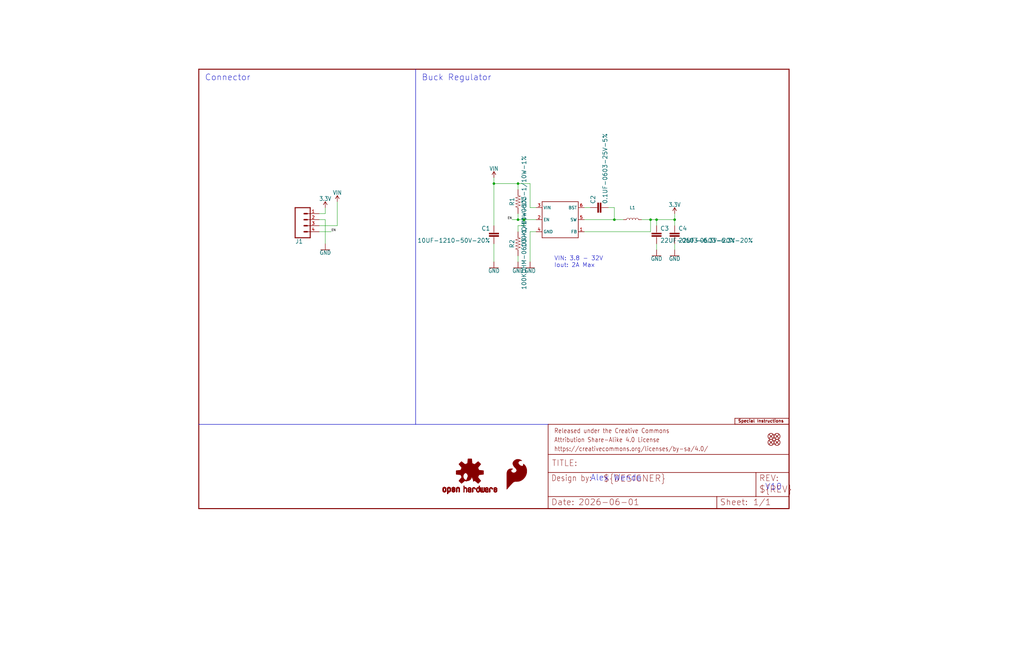
<source format=kicad_sch>
(kicad_sch (version 20231120) (generator "eeschema") (generator_version "8.0")
  (paper "User" 431.8 279.4)
  (lib_symbols
    (symbol "Device:L" (pin_numbers hide) (pin_names (offset 1.016) hide)
      (property "Reference" "L" (at -1.27 0 90))
      (property "Value" "L" (at 1.905 0 90))
      (symbol "L_1_1"
        (pin passive line (at 0 3.81 270) (length 1.27) (name "1") (number "1"))
        (pin passive line (at 0 -3.81 90) (length 1.27) (name "2") (number "2"))
      )
    )
    (symbol "SparkFun BabyBuck Regulator - AP63203-eagle-import:0.1UF-0603-25V-5%"
      (property "Reference" "C" (at 1.524 2.921 0))
      (symbol "0.1UF-0603-25V-5%_1_0"
        (pin passive line (at 0 5.08 270) (length 2.54) (name "1") (number "1"))
        (pin passive line (at 0 -2.54 90) (length 2.54) (name "2") (number "2"))
      )
    )
    (symbol "SparkFun BabyBuck Regulator - AP63203-eagle-import:100KOHM-0603-1/10W-1%"
      (property "Reference" "R" (at 0 1.524 0))
      (symbol "100KOHM-0603-1/10W-1%_1_0"
        (pin passive line (at -5.08 0 0) (length 2.54) (name "1") (number "1"))
        (pin passive line (at 5.08 0 180) (length 2.54) (name "2") (number "2"))
      )
    )
    (symbol "SparkFun BabyBuck Regulator - AP63203-eagle-import:10UF-1210-50V-20%"
      (property "Reference" "C" (at 1.524 2.921 0))
      (symbol "10UF-1210-50V-20%_1_0"
        (pin passive line (at 0 5.08 270) (length 2.54) (name "1") (number "1"))
        (pin passive line (at 0 -2.54 90) (length 2.54) (name "2") (number "2"))
      )
    )
    (symbol "SparkFun BabyBuck Regulator - AP63203-eagle-import:22UF-0603-6.3V-20%"
      (property "Reference" "C" (at 1.524 2.921 0))
      (symbol "22UF-0603-6.3V-20%_1_0"
        (pin passive line (at 0 5.08 270) (length 2.54) (name "1") (number "1"))
        (pin passive line (at 0 -2.54 90) (length 2.54) (name "2") (number "2"))
      )
    )
    (symbol "SparkFun BabyBuck Regulator - AP63203-eagle-import:3.3V" (power)
      (symbol "3.3V_1_0"
        (pin power_in line (at 0 0 90) (length 2.54) (name "3.3V") (number "1"))
      )
    )
    (symbol "SparkFun BabyBuck Regulator - AP63203-eagle-import:AP63203"
      (symbol "AP63203_1_0"
        (pin bidirectional line (at 10.16 -5.08 180) (length 2.54) (name "FB") (number "1"))
        (pin bidirectional line (at -10.16 0 0) (length 2.54) (name "EN") (number "2"))
        (pin bidirectional line (at -10.16 5.08 0) (length 2.54) (name "VIN") (number "3"))
        (pin bidirectional line (at -10.16 -5.08 0) (length 2.54) (name "GND") (number "4"))
        (pin bidirectional line (at 10.16 0 180) (length 2.54) (name "SW") (number "5"))
        (pin bidirectional line (at 10.16 5.08 180) (length 2.54) (name "BST") (number "6"))
      )
    )
    (symbol "SparkFun BabyBuck Regulator - AP63203-eagle-import:CONN_041X04_NO_SILK"
      (property "Reference" "J" (at -5.08 8.128 0))
      (symbol "CONN_041X04_NO_SILK_1_0"
        (pin passive line (at 5.08 -2.54 180) (length 5.08) (name "1") (number "1"))
        (pin passive line (at 5.08 0 180) (length 5.08) (name "2") (number "2"))
        (pin passive line (at 5.08 2.54 180) (length 5.08) (name "3") (number "3"))
        (pin passive line (at 5.08 5.08 180) (length 5.08) (name "4") (number "4"))
      )
    )
    (symbol "SparkFun BabyBuck Regulator - AP63203-eagle-import:FIDUCIAL0.2MM")
    (symbol "SparkFun BabyBuck Regulator - AP63203-eagle-import:FRAME-LETTER"
      (symbol "FRAME-LETTER_2_0"
        (text "${#}/${##}" (at 86.36 1.27 0) (effects (font (size 2.54 2.54)) (justify left bottom)))
        (text "${CURRENT_DATE}" (at 12.7 1.27 0) (effects (font (size 2.54 2.54)) (justify left bottom)))
        (text "${DESIGNER}" (at 23.114 11.176 0) (effects (font (size 2.7432 2.7432)) (justify left bottom)))
        (text "${PROJECTNAME}" (at 15.494 17.78 0) (effects (font (size 2.7432 2.7432)) (justify left bottom)))
        (text "${REV}" (at 88.9 6.604 0) (effects (font (size 2.7432 2.7432)) (justify left bottom)))
        (text "Attribution Share-Alike 4.0 License" (at 2.54 27.94 0) (effects (font (size 1.9304 1.6408)) (justify left bottom)))
        (text "Date:" (at 1.27 1.27 0) (effects (font (size 2.54 2.54)) (justify left bottom)))
        (text "Design by:" (at 1.27 11.43 0) (effects (font (size 2.54 2.159)) (justify left bottom)))
        (text "https://creativecommons.org/licenses/by-sa/4.0/" (at 2.54 24.13 0) (effects (font (size 1.9304 1.6408)) (justify left bottom)))
        (text "Released under the Creative Commons" (at 2.54 31.75 0) (effects (font (size 1.9304 1.6408)) (justify left bottom)))
        (text "REV:" (at 88.9 11.43 0) (effects (font (size 2.54 2.54)) (justify left bottom)))
        (text "Sheet:" (at 72.39 1.27 0) (effects (font (size 2.54 2.54)) (justify left bottom)))
        (text "TITLE:" (at 1.524 17.78 0) (effects (font (size 2.54 2.54)) (justify left bottom)))
      )
    )
    (symbol "SparkFun BabyBuck Regulator - AP63203-eagle-import:GND" (power)
      (symbol "GND_1_0"
        (pin power_in line (at 0 2.54 270) (length 2.54) (name "GND") (number "1"))
      )
    )
    (symbol "SparkFun BabyBuck Regulator - AP63203-eagle-import:OSHW-LOGOS")
    (symbol "SparkFun BabyBuck Regulator - AP63203-eagle-import:SFE_LOGO_FLAME.1_INCH")
    (symbol "SparkFun BabyBuck Regulator - AP63203-eagle-import:SPECIAL_INSTRUCTIONS-ORDERING"
      (symbol "SPECIAL_INSTRUCTIONS-ORDERING_1_0"
        (text "Special Instructions" (at 1.27 0.6985 0) (effects (font (size 1.27 1.27) (thickness 0.254) (bold yes)) (justify left bottom)))
      )
    )
    (symbol "SparkFun BabyBuck Regulator - AP63203-eagle-import:VIN" (power)
      (symbol "VIN_1_0"
        (pin power_in line (at 0 0 90) (length 2.54) (name "VIN") (number "1"))
      )
    )
  )
  (junction (at 284.48 92.71))
  (junction (at 259.08 92.71))
  (junction (at 276.86 92.71))
  (junction (at 218.44 77.47))
  (junction (at 274.32 92.71))
  (junction (at 218.44 92.71))
  (junction (at 208.28 77.47))
  (junction (at 220.98 92.71))
  (wire (pts (xy 142.24 95.25) (xy 142.24 85.09)) (stroke (width 0.1524)))
  (wire (pts (xy 218.44 90.17) (xy 218.44 92.71)) (stroke (width 0.1524)))
  (wire (pts (xy 218.44 77.47) (xy 208.28 77.47)) (stroke (width 0.1524)))
  (wire (pts (xy 223.52 77.47) (xy 218.44 77.47)) (stroke (width 0.1524)))
  (wire (pts (xy 208.28 77.47) (xy 208.28 95.25)) (stroke (width 0.1524)))
  (wire (pts (xy 208.28 110.49) (xy 208.28 102.87)) (stroke (width 0.1524)))
  (wire (pts (xy 218.44 92.71) (xy 215.9 92.71)) (stroke (width 0.1524)))
  (wire (pts (xy 246.38 87.63) (xy 248.92 87.63)) (stroke (width 0.1524)))
  (wire (pts (xy 284.48 92.71) (xy 284.48 95.25)) (stroke (width 0.1524)))
  (polyline (pts (xy 231.14 179.07) (xy 175.26 179.07)) (stroke (width 0.2032) (type solid)))
  (wire (pts (xy 256.54 87.63) (xy 259.08 87.63)) (stroke (width 0.1524)))
  (wire (pts (xy 246.38 97.79) (xy 274.32 97.79)) (stroke (width 0.1524)))
  (wire (pts (xy 220.98 92.71) (xy 226.06 92.71)) (stroke (width 0.1524)))
  (wire (pts (xy 218.44 110.49) (xy 218.44 107.95)) (stroke (width 0.1524)))
  (wire (pts (xy 220.98 95.25) (xy 220.98 92.71)) (stroke (width 0.1524)))
  (wire (pts (xy 226.06 97.79) (xy 223.52 97.79)) (stroke (width 0.1524)))
  (wire (pts (xy 134.62 95.25) (xy 142.24 95.25)) (stroke (width 0.1524)))
  (wire (pts (xy 246.38 92.71) (xy 259.08 92.71)) (stroke (width 0.1524)))
  (wire (pts (xy 284.48 90.17) (xy 284.48 92.71)) (stroke (width 0.1524)))
  (wire (pts (xy 274.32 92.71) (xy 276.86 92.71)) (stroke (width 0.1524)))
  (wire (pts (xy 137.16 90.17) (xy 137.16 87.63)) (stroke (width 0.1524)))
  (wire (pts (xy 226.06 87.63) (xy 223.52 87.63)) (stroke (width 0.1524)))
  (wire (pts (xy 223.52 87.63) (xy 223.52 77.47)) (stroke (width 0.1524)))
  (wire (pts (xy 218.44 92.71) (xy 220.98 92.71)) (stroke (width 0.1524)))
  (wire (pts (xy 134.62 90.17) (xy 137.16 90.17)) (stroke (width 0.1524)))
  (wire (pts (xy 259.08 92.71) (xy 261.62 92.71)) (stroke (width 0.1524)))
  (wire (pts (xy 134.62 97.79) (xy 139.7 97.79)) (stroke (width 0.1524)))
  (wire (pts (xy 274.32 97.79) (xy 274.32 92.71)) (stroke (width 0.1524)))
  (wire (pts (xy 137.16 92.71) (xy 137.16 102.87)) (stroke (width 0.1524)))
  (wire (pts (xy 218.44 80.01) (xy 218.44 77.47)) (stroke (width 0.1524)))
  (wire (pts (xy 259.08 87.63) (xy 259.08 92.71)) (stroke (width 0.1524)))
  (wire (pts (xy 223.52 97.79) (xy 223.52 110.49)) (stroke (width 0.1524)))
  (wire (pts (xy 218.44 97.79) (xy 218.44 95.25)) (stroke (width 0.1524)))
  (wire (pts (xy 218.44 95.25) (xy 220.98 95.25)) (stroke (width 0.1524)))
  (wire (pts (xy 134.62 92.71) (xy 137.16 92.71)) (stroke (width 0.1524)))
  (polyline (pts (xy 175.26 179.07) (xy 83.82 179.07)) (stroke (width 0.2032) (type solid)))
  (wire (pts (xy 261.62 92.71) (xy 262.89 92.71)))
  (wire (pts (xy 284.48 102.87) (xy 284.48 105.41)) (stroke (width 0.1524)))
  (wire (pts (xy 270.51 92.71) (xy 274.32 92.71)) (stroke (width 0.1524)))
  (wire (pts (xy 276.86 102.87) (xy 276.86 105.41)) (stroke (width 0.1524)))
  (wire (pts (xy 208.28 77.47) (xy 208.28 74.93)) (stroke (width 0.1524)))
  (wire (pts (xy 276.86 95.25) (xy 276.86 92.71)) (stroke (width 0.1524)))
  (polyline (pts (xy 175.26 29.21) (xy 175.26 179.07)) (stroke (width 0.2032) (type solid)))
  (wire (pts (xy 276.86 92.71) (xy 284.48 92.71)) (stroke (width 0.1524)))
  (text "Buck Regulator" (at 177.8 34.29 0) (effects (font (size 2.54 2.54)) (justify left bottom)))
  (text "Alex Wende" (at 248.92 203.2 0) (effects (font (size 2.54 2.54)) (justify left bottom)))
  (text "VIN: 3.8 - 32V\nIout: 2A Max" (at 233.68 113.03 0) (effects (font (size 1.778 1.778)) (justify left bottom)))
  (text "V10" (at 322.58 207.01 0) (effects (font (size 2.54 2.54)) (justify left bottom)))
  (text "Connector" (at 86.36 34.29 0) (effects (font (size 2.54 2.54)) (justify left bottom)))
  (label "EN" (at 139.7 97.79 0) (effects (font (size 0.889 0.889))))
  (label "EN" (at 215.9 92.71 180) (effects (font (size 0.889 0.889))))
  (symbol (lib_id "SparkFun BabyBuck Regulator - AP63203-eagle-import:FIDUCIAL0.2MM") (at 327.66 186.69 0) (unit 1)
    (property "Reference" "FD2" (effects (hide yes)))
    (property "Value" "FIDUCIAL0.2MM" (effects (hide yes)))
    (property "Footprint" "SparkFun BabyBuck Regulator - AP63203:FIDUCIAL-0.2MM" (effects (hide yes)))
  )
  (symbol (lib_id "SparkFun BabyBuck Regulator - AP63203-eagle-import:FRAME-LETTER") (at 231.14 214.63 0) (unit 2)
    (property "Reference" "FRAME1" (effects (hide yes)))
    (property "Value" "FRAME-LETTER" (effects (hide yes)))
    (property "Footprint" "SparkFun BabyBuck Regulator - AP63203:CREATIVE_COMMONS" (effects (hide yes)))
  )
  (symbol (lib_id "SparkFun BabyBuck Regulator - AP63203-eagle-import:100KOHM-0603-1/10W-1%") (at 218.44 102.87 90) (unit 1)
    (property "Reference" "R2" (at 216.916 102.87 0) (effects (font (size 1.778 1.778)) (justify bottom)))
    (property "Value" "100KOHM-0603-1/10W-1%" (at 219.964 102.87 0) (effects (font (size 1.778 1.778)) (justify top)))
    (property "Footprint" "Resistor_SMD:R_0603_1608Metric" (effects (hide yes)))
  )
  (symbol (lib_id "SparkFun BabyBuck Regulator - AP63203-eagle-import:GND") (at 276.86 107.95 0) (unit 1)
    (property "Reference" "#GND03" (effects (hide yes)))
    (property "Value" "GND" (at 276.86 108.204 0) (effects (font (size 1.778 1.5113)) (justify top)))
  )
  (symbol (lib_id "Device:L") (at 266.7 92.71 90) (unit 1)
    (property "Reference" "L1" (at 266.7 87.63 90))
    (property "Value" "4.7μH_SHIELDED_INDUCTORNPIS_LS" (effects (hide yes)))
    (property "Footprint" "Inductor_SMD:L_Sunlord_SWPA4030S" (effects (hide yes)))
    (property "Description" "Inductor" (effects (hide yes)))
  )
  (symbol (lib_id "SparkFun BabyBuck Regulator - AP63203-eagle-import:22UF-0603-6.3V-20%") (at 276.86 100.33 0) (unit 1)
    (property "Reference" "C3" (at 278.384 97.409 0) (effects (font (size 1.778 1.778)) (justify left bottom)))
    (property "Value" "22UF-0603-6.3V-20%" (at 278.384 102.489 0) (effects (font (size 1.778 1.778)) (justify left bottom)))
    (property "Footprint" "Capacitor_SMD:C_0603_1608Metric" (effects (hide yes)))
  )
  (symbol (lib_id "SparkFun BabyBuck Regulator - AP63203-eagle-import:FRAME-LETTER") (at 83.82 214.63 0) (unit 1)
    (property "Reference" "FRAME1" (effects (hide yes)))
    (property "Value" "FRAME-LETTER" (effects (hide yes)))
    (property "Footprint" "SparkFun BabyBuck Regulator - AP63203:CREATIVE_COMMONS" (effects (hide yes)))
  )
  (symbol (lib_id "SparkFun BabyBuck Regulator - AP63203-eagle-import:VIN") (at 142.24 85.09 0) (unit 1)
    (property "Reference" "#SUPPLY03" (effects (hide yes)))
    (property "Value" "VIN" (at 142.24 82.296 0) (effects (font (size 1.778 1.5113)) (justify bottom)))
  )
  (symbol (lib_id "SparkFun BabyBuck Regulator - AP63203-eagle-import:100KOHM-0603-1/10W-1%") (at 218.44 85.09 90) (unit 1)
    (property "Reference" "R1" (at 216.916 85.09 0) (effects (font (size 1.778 1.778)) (justify bottom)))
    (property "Value" "100KOHM-0603-1/10W-1%" (at 219.964 85.09 0) (effects (font (size 1.778 1.778)) (justify top)))
    (property "Footprint" "Resistor_SMD:R_0603_1608Metric" (effects (hide yes)))
  )
  (symbol (lib_id "SparkFun BabyBuck Regulator - AP63203-eagle-import:FIDUCIAL0.2MM") (at 325.12 186.69 0) (unit 1)
    (property "Reference" "FD3" (effects (hide yes)))
    (property "Value" "FIDUCIAL0.2MM" (effects (hide yes)))
    (property "Footprint" "SparkFun BabyBuck Regulator - AP63203:FIDUCIAL-0.2MM" (effects (hide yes)))
  )
  (symbol (lib_id "SparkFun BabyBuck Regulator - AP63203-eagle-import:AP63203") (at 236.22 92.71 0) (unit 1)
    (property "Reference" "U1" (effects (hide yes)))
    (property "Value" "AP63203" (effects (hide yes)))
    (property "Footprint" "Package_TO_SOT_SMD:TSOT-23-6" (effects (hide yes)))
  )
  (symbol (lib_id "SparkFun BabyBuck Regulator - AP63203-eagle-import:OSHW-LOGOS") (at 198.12 199.39 0) (unit 1)
    (property "Reference" "LOGO2" (effects (hide yes)))
    (property "Value" "OSHW-LOGOS" (effects (hide yes)))
    (property "Footprint" "SparkFun BabyBuck Regulator - AP63203:OSHW-LOGO-S" (effects (hide yes)))
  )
  (symbol (lib_id "SparkFun BabyBuck Regulator - AP63203-eagle-import:GND") (at 284.48 107.95 0) (unit 1)
    (property "Reference" "#GND04" (effects (hide yes)))
    (property "Value" "GND" (at 284.48 108.204 0) (effects (font (size 1.778 1.5113)) (justify top)))
  )
  (symbol (lib_id "SparkFun BabyBuck Regulator - AP63203-eagle-import:SPECIAL_INSTRUCTIONS-ORDERING") (at 309.88 179.07 0) (unit 1)
    (property "Reference" "LOGO3" (effects (hide yes)))
    (property "Value" "SPECIAL_INSTRUCTIONS-ORDERING" (effects (hide yes)))
    (property "Footprint" "SparkFun BabyBuck Regulator - AP63203:ORDERING_INSTRUCTIONS" (effects (hide yes)))
  )
  (symbol (lib_id "SparkFun BabyBuck Regulator - AP63203-eagle-import:VIN") (at 208.28 74.93 0) (unit 1)
    (property "Reference" "#SUPPLY02" (effects (hide yes)))
    (property "Value" "VIN" (at 208.28 72.136 0) (effects (font (size 1.778 1.5113)) (justify bottom)))
  )
  (symbol (lib_id "SparkFun BabyBuck Regulator - AP63203-eagle-import:22UF-0603-6.3V-20%") (at 284.48 100.33 0) (unit 1)
    (property "Reference" "C4" (at 286.004 97.409 0) (effects (font (size 1.778 1.778)) (justify left bottom)))
    (property "Value" "22UF-0603-6.3V-20%" (at 286.004 102.489 0) (effects (font (size 1.778 1.778)) (justify left bottom)))
    (property "Footprint" "Capacitor_SMD:C_0603_1608Metric" (effects (hide yes)))
  )
  (symbol (lib_id "SparkFun BabyBuck Regulator - AP63203-eagle-import:GND") (at 208.28 113.03 0) (unit 1)
    (property "Reference" "#GND07" (effects (hide yes)))
    (property "Value" "GND" (at 208.28 113.284 0) (effects (font (size 1.778 1.5113)) (justify top)))
  )
  (symbol (lib_id "SparkFun BabyBuck Regulator - AP63203-eagle-import:GND") (at 218.44 113.03 0) (unit 1)
    (property "Reference" "#GND06" (effects (hide yes)))
    (property "Value" "GND" (at 218.44 113.284 0) (effects (font (size 1.778 1.5113)) (justify top)))
  )
  (symbol (lib_id "SparkFun BabyBuck Regulator - AP63203-eagle-import:SFE_LOGO_FLAME.1_INCH") (at 213.36 207.01 0) (unit 1)
    (property "Reference" "LOGO1" (effects (hide yes)))
    (property "Value" "SFE_LOGO_FLAME.1_INCH" (effects (hide yes)))
    (property "Footprint" "SparkFun BabyBuck Regulator - AP63203:SFE_LOGO_FLAME_.1" (effects (hide yes)))
  )
  (symbol (lib_id "SparkFun BabyBuck Regulator - AP63203-eagle-import:CONN_041X04_NO_SILK") (at 129.54 92.71 0) (mirror x) (unit 1)
    (property "Reference" "J1" (at 124.46 100.838 0) (effects (font (size 1.778 1.778)) (justify left bottom)))
    (property "Value" "CONN_041X04_NO_SILK" (effects (hide yes)))
    (property "Footprint" "Connector_PinHeader_2.54mm:PinHeader_1x04_P2.54mm_Vertical" (effects (hide yes)))
  )
  (symbol (lib_id "SparkFun BabyBuck Regulator - AP63203-eagle-import:GND") (at 137.16 105.41 0) (unit 1)
    (property "Reference" "#GND05" (effects (hide yes)))
    (property "Value" "GND" (at 137.16 105.664 0) (effects (font (size 1.778 1.5113)) (justify top)))
  )
  (symbol (lib_id "SparkFun BabyBuck Regulator - AP63203-eagle-import:10UF-1210-50V-20%") (at 208.28 100.33 0) (mirror y) (unit 1)
    (property "Reference" "C1" (at 206.756 97.409 0) (effects (font (size 1.778 1.778)) (justify left bottom)))
    (property "Value" "10UF-1210-50V-20%" (at 206.756 102.489 0) (effects (font (size 1.778 1.778)) (justify left bottom)))
    (property "Footprint" "Capacitor_SMD:C_1210_3225Metric" (effects (hide yes)))
  )
  (symbol (lib_id "SparkFun BabyBuck Regulator - AP63203-eagle-import:GND") (at 223.52 113.03 0) (unit 1)
    (property "Reference" "#GND02" (effects (hide yes)))
    (property "Value" "GND" (at 223.52 113.284 0) (effects (font (size 1.778 1.5113)) (justify top)))
  )
  (symbol (lib_id "SparkFun BabyBuck Regulator - AP63203-eagle-import:3.3V") (at 284.48 90.17 0) (unit 1)
    (property "Reference" "#SUPPLY01" (effects (hide yes)))
    (property "Value" "3.3V" (at 284.48 87.376 0) (effects (font (size 1.778 1.5113)) (justify bottom)))
  )
  (symbol (lib_id "SparkFun BabyBuck Regulator - AP63203-eagle-import:0.1UF-0603-25V-5%") (at 254 87.63 90) (unit 1)
    (property "Reference" "C2" (at 251.079 86.106 0) (effects (font (size 1.778 1.778)) (justify left bottom)))
    (property "Value" "0.1UF-0603-25V-5%" (at 256.159 86.106 0) (effects (font (size 1.778 1.778)) (justify left bottom)))
    (property "Footprint" "Capacitor_SMD:C_0603_1608Metric" (effects (hide yes)))
  )
  (symbol (lib_id "SparkFun BabyBuck Regulator - AP63203-eagle-import:3.3V") (at 137.16 87.63 0) (unit 1)
    (property "Reference" "#SUPPLY04" (effects (hide yes)))
    (property "Value" "3.3V" (at 137.16 84.836 0) (effects (font (size 1.778 1.5113)) (justify bottom)))
  )
  (symbol (lib_id "SparkFun BabyBuck Regulator - AP63203-eagle-import:FIDUCIAL0.2MM") (at 325.12 184.15 0) (unit 1)
    (property "Reference" "FD4" (effects (hide yes)))
    (property "Value" "FIDUCIAL0.2MM" (effects (hide yes)))
    (property "Footprint" "SparkFun BabyBuck Regulator - AP63203:FIDUCIAL-0.2MM" (effects (hide yes)))
  )
  (symbol (lib_id "SparkFun BabyBuck Regulator - AP63203-eagle-import:FIDUCIAL0.2MM") (at 327.66 184.15 0) (unit 1)
    (property "Reference" "FD1" (effects (hide yes)))
    (property "Value" "FIDUCIAL0.2MM" (effects (hide yes)))
    (property "Footprint" "SparkFun BabyBuck Regulator - AP63203:FIDUCIAL-0.2MM" (effects (hide yes)))
  )
)
</source>
